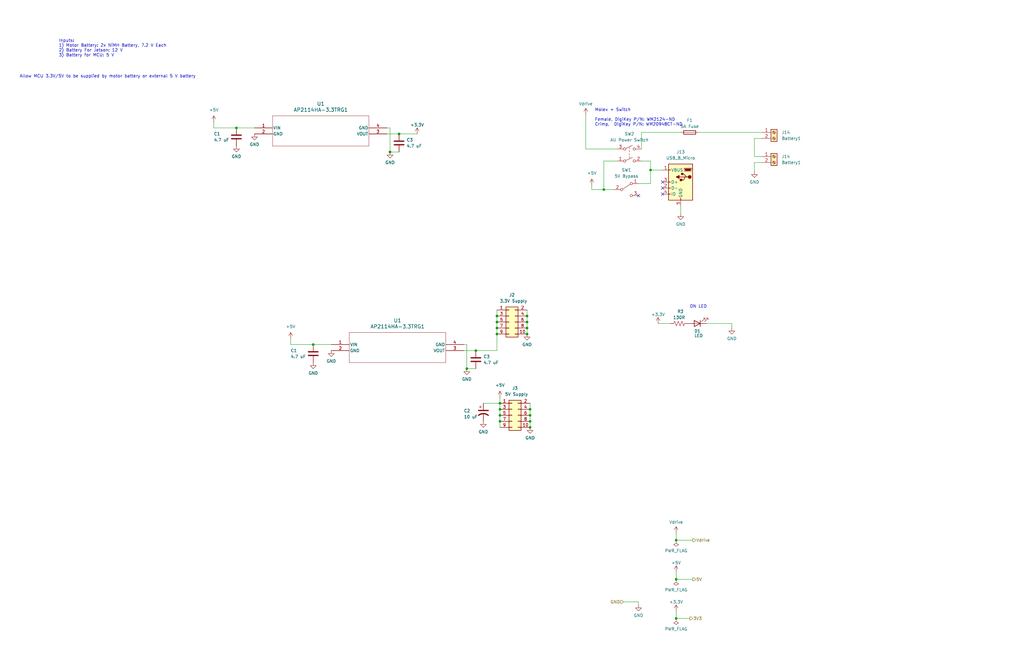
<source format=kicad_sch>
(kicad_sch (version 20230121) (generator eeschema)
  (paper "B")
  (title_block (title "MCU Controller") (rev "0.1") (company "satomm@stanford.edu") (comment 1 "Department of Civil and Environmental Engineering") (comment 2 "Engineering Informatics Group") (comment 3 "Stanford University") (comment 4 "Matthew Sato"))
  (lib_symbols
    (symbol "Connector:Screw_Terminal_01x02" (pin_names (offset 1.016) hide)
      (property "Reference" "J" (at 0 2.54 0))
      (property "Value" "Screw_Terminal_01x02" (at 0 -5.08 0))
      (symbol "Screw_Terminal_01x02_1_1"
        (rectangle (start -1.27 1.27) (end 1.27 -3.81) (stroke (width 0.254)) (fill (type background)))
        (circle (center 0 -2.54) (radius 0.635) (stroke (width 0.1524)))
        (polyline (pts (xy -0.5334 -2.2098) (xy 0.3302 -3.048)) (stroke (width 0.1524)))
        (polyline (pts (xy -0.5334 0.3302) (xy 0.3302 -0.508)) (stroke (width 0.1524)))
        (polyline (pts (xy -0.3556 -2.032) (xy 0.508 -2.8702)) (stroke (width 0.1524)))
        (polyline (pts (xy -0.3556 0.508) (xy 0.508 -0.3302)) (stroke (width 0.1524)))
        (circle (center 0 0) (radius 0.635) (stroke (width 0.1524)))
        (pin passive line (at -5.08 0 0) (length 3.81) (name "Pin_1") (number "1"))
        (pin passive line (at -5.08 -2.54 0) (length 3.81) (name "Pin_2") (number "2"))
      )
    )
    (symbol "Connector:USB_B_Micro" (pin_names (offset 1.016))
      (property "Reference" "J13" (at 0 12.7 0))
      (property "Value" "USB_B_Micro" (at 0 10.16 0))
      (symbol "USB_B_Micro_0_1"
        (rectangle (start -5.08 -7.62) (end 5.08 7.62) (stroke (width 0.254)) (fill (type background)))
        (circle (center -3.81 2.159) (radius 0.635) (stroke (width 0.254)) (fill (type outline)))
        (circle (center -0.635 3.429) (radius 0.381) (stroke (width 0.254)) (fill (type outline)))
        (rectangle (start -0.127 -7.62) (end 0.127 -6.858))
        (polyline (pts (xy -1.905 2.159) (xy 0.635 2.159)) (stroke (width 0.254)))
        (polyline (pts (xy -3.175 2.159) (xy -2.54 2.159) (xy -1.27 3.429) (xy -0.635 3.429)) (stroke (width 0.254)))
        (polyline (pts (xy -2.54 2.159) (xy -1.905 2.159) (xy -1.27 0.889) (xy 0 0.889)) (stroke (width 0.254)))
        (polyline (pts (xy 0.635 2.794) (xy 0.635 1.524) (xy 1.905 2.159) (xy 0.635 2.794)) (stroke (width 0.254)) (fill (type outline)))
        (polyline (pts (xy -4.318 5.588) (xy -1.778 5.588) (xy -2.032 4.826) (xy -4.064 4.826) (xy -4.318 5.588)) (fill (type outline)))
        (polyline (pts (xy -4.699 5.842) (xy -4.699 5.588) (xy -4.445 4.826) (xy -4.445 4.572) (xy -1.651 4.572) (xy -1.651 4.826) (xy -1.397 5.588) (xy -1.397 5.842) (xy -4.699 5.842)))
        (rectangle (start 0.254 1.27) (end -0.508 0.508) (stroke (width 0.254)) (fill (type outline)))
        (rectangle (start 5.08 -5.207) (end 4.318 -4.953))
        (rectangle (start 5.08 -2.667) (end 4.318 -2.413))
        (rectangle (start 5.08 -0.127) (end 4.318 0.127))
        (rectangle (start 5.08 4.953) (end 4.318 5.207))
      )
      (symbol "USB_B_Micro_1_1"
        (pin power_out line (at 7.62 5.08 180) (length 2.54) (name "VBUS") (number "1"))
        (pin bidirectional line (at 7.62 -2.54 180) (length 2.54) (name "D-") (number "2"))
        (pin bidirectional line (at 7.62 0 180) (length 2.54) (name "D+") (number "3"))
        (pin passive line (at 7.62 -5.08 180) (length 2.54) (name "ID") (number "4"))
        (pin passive line (at 0 -10.16 90) (length 2.54) (name "GND") (number "5"))
      )
    )
    (symbol "Connector_Generic:Conn_02x05_Odd_Even" (pin_names (offset 1.016) hide)
      (property "Reference" "J" (at 1.27 7.62 0))
      (property "Value" "Conn_02x05_Odd_Even" (at 1.27 -7.62 0))
      (symbol "Conn_02x05_Odd_Even_1_1"
        (rectangle (start -1.27 -4.953) (end 0 -5.207) (stroke (width 0.1524)))
        (rectangle (start -1.27 -2.413) (end 0 -2.667) (stroke (width 0.1524)))
        (rectangle (start -1.27 0.127) (end 0 -0.127) (stroke (width 0.1524)))
        (rectangle (start -1.27 2.667) (end 0 2.413) (stroke (width 0.1524)))
        (rectangle (start -1.27 5.207) (end 0 4.953) (stroke (width 0.1524)))
        (rectangle (start -1.27 6.35) (end 3.81 -6.35) (stroke (width 0.254)) (fill (type background)))
        (rectangle (start 3.81 -4.953) (end 2.54 -5.207) (stroke (width 0.1524)))
        (rectangle (start 3.81 -2.413) (end 2.54 -2.667) (stroke (width 0.1524)))
        (rectangle (start 3.81 0.127) (end 2.54 -0.127) (stroke (width 0.1524)))
        (rectangle (start 3.81 2.667) (end 2.54 2.413) (stroke (width 0.1524)))
        (rectangle (start 3.81 5.207) (end 2.54 4.953) (stroke (width 0.1524)))
        (pin passive line (at -5.08 5.08 0) (length 3.81) (name "Pin_1") (number "1"))
        (pin passive line (at 7.62 -5.08 180) (length 3.81) (name "Pin_10") (number "10"))
        (pin passive line (at 7.62 5.08 180) (length 3.81) (name "Pin_2") (number "2"))
        (pin passive line (at -5.08 2.54 0) (length 3.81) (name "Pin_3") (number "3"))
        (pin passive line (at 7.62 2.54 180) (length 3.81) (name "Pin_4") (number "4"))
        (pin passive line (at -5.08 0 0) (length 3.81) (name "Pin_5") (number "5"))
        (pin passive line (at 7.62 0 180) (length 3.81) (name "Pin_6") (number "6"))
        (pin passive line (at -5.08 -2.54 0) (length 3.81) (name "Pin_7") (number "7"))
        (pin passive line (at 7.62 -2.54 180) (length 3.81) (name "Pin_8") (number "8"))
        (pin passive line (at -5.08 -5.08 0) (length 3.81) (name "Pin_9") (number "9"))
      )
    )
    (symbol "Device:C" (pin_numbers hide) (pin_names (offset 0.254))
      (property "Reference" "C" (at 0.635 2.54 0))
      (property "Value" "C" (at 0.635 -2.54 0))
      (symbol "C_0_1"
        (polyline (pts (xy -2.032 -0.762) (xy 2.032 -0.762)) (stroke (width 0.508)))
        (polyline (pts (xy -2.032 0.762) (xy 2.032 0.762)) (stroke (width 0.508)))
      )
      (symbol "C_1_1"
        (pin passive line (at 0 3.81 270) (length 2.794) (name "~") (number "1"))
        (pin passive line (at 0 -3.81 90) (length 2.794) (name "~") (number "2"))
      )
    )
    (symbol "Device:C_Polarized_US" (pin_numbers hide) (pin_names (offset 0.254) hide)
      (property "Reference" "C" (at 0.635 2.54 0))
      (property "Value" "C_Polarized_US" (at 0.635 -2.54 0))
      (symbol "C_Polarized_US_0_1"
        (polyline (pts (xy -2.032 0.762) (xy 2.032 0.762)) (stroke (width 0.508)))
        (polyline (pts (xy -1.778 2.286) (xy -0.762 2.286)))
        (polyline (pts (xy -1.27 1.778) (xy -1.27 2.794)))
        (arc (start 2.032 -1.27) (mid 0 -0.5572) (end -2.032 -1.27) (stroke (width 0.508)))
      )
      (symbol "C_Polarized_US_1_1"
        (pin passive line (at 0 3.81 270) (length 2.794) (name "~") (number "1"))
        (pin passive line (at 0 -3.81 90) (length 3.302) (name "~") (number "2"))
      )
    )
    (symbol "Device:Fuse" (pin_numbers hide) (pin_names (offset 0))
      (property "Reference" "F" (at 2.032 0 90))
      (property "Value" "Fuse" (at -1.905 0 90))
      (symbol "Fuse_0_1"
        (rectangle (start -0.762 -2.54) (end 0.762 2.54) (stroke (width 0.254)))
        (polyline (pts (xy 0 2.54) (xy 0 -2.54)))
      )
      (symbol "Fuse_1_1"
        (pin passive line (at 0 3.81 270) (length 1.27) (name "~") (number "1"))
        (pin passive line (at 0 -3.81 90) (length 1.27) (name "~") (number "2"))
      )
    )
    (symbol "Device:LED" (pin_numbers hide) (pin_names (offset 1.016) hide)
      (property "Reference" "D" (at 0 2.54 0))
      (property "Value" "LED" (at 0 -2.54 0))
      (symbol "LED_0_1"
        (polyline (pts (xy -1.27 -1.27) (xy -1.27 1.27)) (stroke (width 0.254)))
        (polyline (pts (xy -1.27 0) (xy 1.27 0)))
        (polyline (pts (xy 1.27 -1.27) (xy 1.27 1.27) (xy -1.27 0) (xy 1.27 -1.27)) (stroke (width 0.254)))
        (polyline (pts (xy -3.048 -0.762) (xy -4.572 -2.286) (xy -3.81 -2.286) (xy -4.572 -2.286) (xy -4.572 -1.524)))
        (polyline (pts (xy -1.778 -0.762) (xy -3.302 -2.286) (xy -2.54 -2.286) (xy -3.302 -2.286) (xy -3.302 -1.524)))
      )
      (symbol "LED_1_1"
        (pin passive line (at -3.81 0 0) (length 2.54) (name "K") (number "1"))
        (pin passive line (at 3.81 0 180) (length 2.54) (name "A") (number "2"))
      )
    )
    (symbol "Device:R_US" (pin_numbers hide) (pin_names (offset 0))
      (property "Reference" "R" (at 2.54 0 90))
      (property "Value" "R_US" (at -2.54 0 90))
      (symbol "R_US_0_1"
        (polyline (pts (xy 0 -2.286) (xy 0 -2.54)))
        (polyline (pts (xy 0 2.286) (xy 0 2.54)))
        (polyline (pts (xy 0 -0.762) (xy 1.016 -1.143) (xy 0 -1.524) (xy -1.016 -1.905) (xy 0 -2.286)))
        (polyline (pts (xy 0 0.762) (xy 1.016 0.381) (xy 0 0) (xy -1.016 -0.381) (xy 0 -0.762)))
        (polyline (pts (xy 0 2.286) (xy 1.016 1.905) (xy 0 1.524) (xy -1.016 1.143) (xy 0 0.762)))
      )
      (symbol "R_US_1_1"
        (pin passive line (at 0 3.81 270) (length 1.27) (name "~") (number "1"))
        (pin passive line (at 0 -3.81 90) (length 1.27) (name "~") (number "2"))
      )
    )
    (symbol "Matts_Library:AP2114HA-3.3TRG1" (pin_names (offset 0.254))
      (property "Reference" "U" (at 27.94 10.16 0))
      (property "Value" "AP2114HA-3.3TRG1" (at 27.94 7.62 0))
      (symbol "AP2114HA-3.3TRG1_0_1"
        (polyline (pts (xy 7.62 -7.62) (xy 48.26 -7.62)) (stroke (width 0.127)))
        (polyline (pts (xy 7.62 5.08) (xy 7.62 -7.62)) (stroke (width 0.127)))
        (polyline (pts (xy 48.26 -7.62) (xy 48.26 5.08)) (stroke (width 0.127)))
        (polyline (pts (xy 48.26 5.08) (xy 7.62 5.08)) (stroke (width 0.127)))
        (pin power_in line (at 0 -2.54 0) (length 7.62) (name "GND") (number "2"))
      )
      (symbol "AP2114HA-3.3TRG1_1_1"
        (pin passive line (at 0 0 0) (length 7.62) (name "VIN") (number "1"))
        (pin passive line (at 55.88 -2.54 180) (length 7.62) (name "VOUT") (number "3"))
        (pin passive line (at 55.88 0 180) (length 7.62) (name "GND") (number "4"))
      )
    )
    (symbol "Switch:SW_DPST" (pin_names (offset 0) hide)
      (property "Reference" "SW" (at 0 5.08 0))
      (property "Value" "SW_DPST" (at 0 -5.08 0))
      (symbol "SW_DPST_0_0"
        (circle (center -2.032 -2.54) (radius 0.508))
        (circle (center -2.032 2.54) (radius 0.508))
        (polyline (pts (xy -1.524 -2.286) (xy 1.27 -1.016)))
        (polyline (pts (xy -1.524 2.794) (xy 1.27 4.064)))
        (polyline (pts (xy 0 -1.27) (xy 0 -0.635)))
        (polyline (pts (xy 0 0) (xy 0 0.635)))
        (polyline (pts (xy 0 1.27) (xy 0 1.905)))
        (polyline (pts (xy 0 2.54) (xy 0 3.175)))
        (circle (center 2.032 -2.54) (radius 0.508))
        (circle (center 2.032 2.54) (radius 0.508))
      )
      (symbol "SW_DPST_1_1"
        (pin passive line (at -5.08 -2.54 0) (length 2.54) (name "1") (number "1"))
        (pin passive line (at 5.08 -2.54 180) (length 2.54) (name "2") (number "2"))
        (pin passive line (at -5.08 2.54 0) (length 2.54) (name "3") (number "3"))
        (pin passive line (at 5.08 2.54 180) (length 2.54) (name "4") (number "4"))
      )
    )
    (symbol "Switch:SW_SPDT" (pin_names (offset 0) hide)
      (property "Reference" "SW" (at 0 4.318 0))
      (property "Value" "SW_SPDT" (at 0 -5.08 0))
      (symbol "SW_SPDT_0_0"
        (circle (center -2.032 0) (radius 0.508))
        (circle (center 2.032 -2.54) (radius 0.508))
      )
      (symbol "SW_SPDT_0_1"
        (polyline (pts (xy -1.524 0.254) (xy 1.651 2.286)))
        (circle (center 2.032 2.54) (radius 0.508))
      )
      (symbol "SW_SPDT_1_1"
        (pin passive line (at 5.08 2.54 180) (length 2.54) (name "A") (number "1"))
        (pin passive line (at -5.08 0 0) (length 2.54) (name "B") (number "2"))
        (pin passive line (at 5.08 -2.54 180) (length 2.54) (name "C") (number "3"))
      )
    )
    (symbol "power:+3.3V" (power) (pin_names (offset 0))
      (property "Value" "+3.3V" (at 0 3.556 0))
      (symbol "+3.3V_0_1"
        (polyline (pts (xy -0.762 1.27) (xy 0 2.54)))
        (polyline (pts (xy 0 0) (xy 0 2.54)))
        (polyline (pts (xy 0 2.54) (xy 0.762 1.27)))
      )
      (symbol "+3.3V_1_1"
        (pin power_in line (at 0 0 90) (length 0) hide (name "+3.3V") (number "1"))
      )
    )
    (symbol "power:+5V" (power) (pin_names (offset 0))
      (property "Value" "+5V" (at 0 3.556 0))
      (symbol "+5V_0_1"
        (polyline (pts (xy -0.762 1.27) (xy 0 2.54)))
        (polyline (pts (xy 0 0) (xy 0 2.54)))
        (polyline (pts (xy 0 2.54) (xy 0.762 1.27)))
      )
      (symbol "+5V_1_1"
        (pin power_in line (at 0 0 90) (length 0) hide (name "+5V") (number "1"))
      )
    )
    (symbol "power:GND" (power) (pin_names (offset 0))
      (property "Value" "GND" (at 0 -3.81 0))
      (symbol "GND_0_1"
        (polyline (pts (xy 0 0) (xy 0 -1.27) (xy 1.27 -1.27) (xy 0 -2.54) (xy -1.27 -1.27) (xy 0 -1.27)))
      )
      (symbol "GND_1_1"
        (pin power_in line (at 0 0 270) (length 0) hide (name "GND") (number "1"))
      )
    )
    (symbol "power:PWR_FLAG" (power) (pin_numbers hide) (pin_names (offset 0) hide)
      (property "Value" "PWR_FLAG" (at 0 3.81 0))
      (symbol "PWR_FLAG_0_0"
        (pin power_out line (at 0 0 90) (length 0) (name "pwr") (number "1"))
      )
      (symbol "PWR_FLAG_0_1"
        (polyline (pts (xy 0 0) (xy 0 1.27) (xy -1.016 1.905) (xy 0 2.54) (xy 1.016 1.905) (xy 0 1.27)))
      )
    )
    (symbol "power:Vdrive" (power) (pin_names (offset 0))
      (property "Value" "Vdrive" (at 0 3.81 0))
      (symbol "Vdrive_0_1"
        (polyline (pts (xy -0.762 1.27) (xy 0 2.54)))
        (polyline (pts (xy 0 0) (xy 0 2.54)))
        (polyline (pts (xy 0 2.54) (xy 0.762 1.27)))
      )
      (symbol "Vdrive_1_1"
        (pin power_in line (at 0 0 90) (length 0) hide (name "Vdrive") (number "1"))
      )
    )
  )
  (junction (at 285.115 227.965))
  (junction (at 209.55 135.89))
  (junction (at 222.25 135.89))
  (junction (at 196.85 155.575))
  (junction (at 222.25 133.35))
  (junction (at 274.32 71.755))
  (junction (at 210.82 170.18))
  (junction (at 254.635 80.01))
  (junction (at 222.25 140.97))
  (junction (at 210.82 172.72))
  (junction (at 99.695 53.975))
  (junction (at 223.52 175.26))
  (junction (at 223.52 172.72))
  (junction (at 223.52 177.8))
  (junction (at 223.52 180.34))
  (junction (at 164.465 64.135))
  (junction (at 209.55 138.43))
  (junction (at 210.82 175.26))
  (junction (at 222.25 138.43))
  (junction (at 285.115 260.985))
  (junction (at 285.115 244.475))
  (junction (at 210.82 177.8))
  (junction (at 200.66 147.955))
  (junction (at 132.08 145.415))
  (junction (at 168.275 56.515))
  (junction (at 209.55 133.35))
  (junction (at 209.55 140.97))
  (no_connect (at 279.4 76.835))
  (no_connect (at 279.4 79.375))
  (no_connect (at 279.4 81.915))
  (no_connect (at 269.24 82.55))
  (wire (pts (xy 274.32 67.945) (xy 274.32 71.755)))
  (wire (pts (xy 210.82 175.26) (xy 210.82 177.8)))
  (wire (pts (xy 223.52 175.26) (xy 223.52 177.8)))
  (wire (pts (xy 122.555 142.875) (xy 122.555 145.415)))
  (wire (pts (xy 163.195 56.515) (xy 168.275 56.515)))
  (wire (pts (xy 222.25 138.43) (xy 222.25 140.97)))
  (wire (pts (xy 247.015 48.26) (xy 247.015 62.865)))
  (wire (pts (xy 318.135 66.04) (xy 318.135 58.42)))
  (wire (pts (xy 249.555 78.105) (xy 249.555 80.01)))
  (wire (pts (xy 210.82 167.64) (xy 210.82 170.18)))
  (wire (pts (xy 274.32 71.755) (xy 279.4 71.755)))
  (wire (pts (xy 274.32 67.945) (xy 270.51 67.945)))
  (wire (pts (xy 222.25 133.35) (xy 222.25 135.89)))
  (wire (pts (xy 292.1 227.965) (xy 285.115 227.965)))
  (wire (pts (xy 254.635 67.945) (xy 254.635 80.01)))
  (wire (pts (xy 209.55 133.35) (xy 209.55 135.89)))
  (wire (pts (xy 195.58 147.955) (xy 200.66 147.955)))
  (wire (pts (xy 285.115 227.965) (xy 285.115 224.79)))
  (wire (pts (xy 318.135 58.42) (xy 321.31 58.42)))
  (wire (pts (xy 285.115 241.3) (xy 285.115 244.475)))
  (wire (pts (xy 139.7 145.415) (xy 132.08 145.415)))
  (wire (pts (xy 274.32 77.47) (xy 274.32 71.755)))
  (wire (pts (xy 321.31 68.58) (xy 318.135 68.58)))
  (wire (pts (xy 259.08 80.01) (xy 254.635 80.01)))
  (wire (pts (xy 99.695 53.975) (xy 90.17 53.975)))
  (wire (pts (xy 318.135 68.58) (xy 318.135 72.39)))
  (wire (pts (xy 168.275 56.515) (xy 175.895 56.515)))
  (wire (pts (xy 200.66 155.575) (xy 196.85 155.575)))
  (wire (pts (xy 210.82 172.72) (xy 210.82 175.26)))
  (wire (pts (xy 209.55 130.81) (xy 209.55 133.35)))
  (wire (pts (xy 270.51 55.88) (xy 270.51 62.865)))
  (wire (pts (xy 222.25 130.81) (xy 222.25 133.35)))
  (wire (pts (xy 260.35 67.945) (xy 254.635 67.945)))
  (wire (pts (xy 285.115 257.81) (xy 285.115 260.985)))
  (wire (pts (xy 269.24 77.47) (xy 274.32 77.47)))
  (wire (pts (xy 210.82 177.8) (xy 210.82 180.34)))
  (wire (pts (xy 196.85 145.415) (xy 196.85 155.575)))
  (wire (pts (xy 210.82 170.18) (xy 210.82 172.72)))
  (wire (pts (xy 107.315 53.975) (xy 99.695 53.975)))
  (wire (pts (xy 269.24 254) (xy 269.24 255.27)))
  (wire (pts (xy 254.635 80.01) (xy 249.555 80.01)))
  (wire (pts (xy 203.835 170.18) (xy 210.82 170.18)))
  (wire (pts (xy 209.55 138.43) (xy 209.55 140.97)))
  (wire (pts (xy 222.25 135.89) (xy 222.25 138.43)))
  (wire (pts (xy 287.02 55.88) (xy 270.51 55.88)))
  (wire (pts (xy 262.89 254) (xy 269.24 254)))
  (wire (pts (xy 163.195 53.975) (xy 164.465 53.975)))
  (wire (pts (xy 260.35 62.865) (xy 247.015 62.865)))
  (wire (pts (xy 287.02 86.995) (xy 287.02 90.17)))
  (wire (pts (xy 223.52 170.18) (xy 223.52 172.72)))
  (wire (pts (xy 209.55 135.89) (xy 209.55 138.43)))
  (wire (pts (xy 308.61 136.525) (xy 308.61 138.43)))
  (wire (pts (xy 321.31 55.88) (xy 294.64 55.88)))
  (wire (pts (xy 282.575 136.525) (xy 277.495 136.525)))
  (wire (pts (xy 223.52 177.8) (xy 223.52 180.34)))
  (wire (pts (xy 209.55 147.955) (xy 209.55 140.97)))
  (wire (pts (xy 321.31 66.04) (xy 318.135 66.04)))
  (wire (pts (xy 164.465 53.975) (xy 164.465 64.135)))
  (wire (pts (xy 285.115 260.985) (xy 290.83 260.985)))
  (wire (pts (xy 132.08 145.415) (xy 122.555 145.415)))
  (wire (pts (xy 223.52 172.72) (xy 223.52 175.26)))
  (wire (pts (xy 285.115 244.475) (xy 292.1 244.475)))
  (wire (pts (xy 195.58 145.415) (xy 196.85 145.415)))
  (wire (pts (xy 200.66 147.955) (xy 209.55 147.955)))
  (wire (pts (xy 168.275 64.135) (xy 164.465 64.135)))
  (wire (pts (xy 297.815 136.525) (xy 308.61 136.525)))
  (wire (pts (xy 90.17 51.435) (xy 90.17 53.975)))
  (text "ON LED" (at 290.83 130.175 0) (effects (font (size 1.27 1.27)) (justify left bottom)))
  (text "Inputs:\n1) Motor Battery: 2x NiMH Battery, 7.2 V Each\n2) Battery For Jetson: 12 V\n3) Battery for MCU: 5 V" (at 24.765 24.13 0) (effects (font (size 1.27 1.27)) (justify left bottom)))
  (text "Allow MCU 3.3V/5V to be supplied by motor battery or external 5 V battery" (at 8.255 33.02 0) (effects (font (size 1.27 1.27)) (justify left bottom)))
  (text "Molex + Switch\n\nFemale, DigiKey P/N: WM2124-ND\nCrimp,  DigiKey P/N: WM20948CT-ND" (at 250.825 53.34 0) (effects (font (size 1.27 1.27)) (justify left bottom)))
  (hierarchical_label "Vdrive" (shape output) (at 292.1 227.965 0))
  (hierarchical_label "GND" (shape input) (at 262.89 254 180))
  (hierarchical_label "3V3" (shape output) (at 290.83 260.985 0))
  (hierarchical_label "5V" (shape output) (at 292.1 244.475 0))
  (symbol (lib_id "Connector:USB_B_Micro") (at 287.02 76.835 0) (mirror y) (unit 1)
    (property "Reference" "J13" (at 287.02 64.135 0))
    (property "Value" "USB_B_Micro" (at 287.02 66.675 0))
    (property "Footprint" "RobotLibrary:AMPHENOL_10118193-0001LF" (effects hide))
    (property "Datasheet" "https://www.amphenol-cs.com/media/wysiwyg/files/drawing/10118194.pdf" (effects hide))
    (property "Description" "CONN RCPT USB2.0 MICRO B SMD R/A" (effects hide))
    (property "Mfr" "Amphenol ICC (FCI)" (effects hide))
    (property "Mfr P/N" "10118193-0001LF" (effects hide))
    (property "Supplier 1" "DigiKey" (effects hide))
    (property "Supplier 1 P/N" "609-4616-1-ND" (effects hide))
    (instances (project "MainBoard" (path "" (reference "J13") (unit 1)) (path "" (reference "J4") (unit 1))))
  )
  (symbol (lib_id "power:Vdrive") (at 285.115 224.79 0) (unit 1)
    (property "Reference" "#PWR063" (effects hide))
    (property "Value" "Vdrive" (at 285.115 220.345 0))
  )
  (symbol (lib_id "Device:C") (at 200.66 151.765 0) (unit 1)
    (property "Reference" "C3" (at 203.835 150.495 0) (effects (justify left)))
    (property "Value" "4.7 uF" (at 203.835 153.035 0) (effects (justify left)))
    (property "Footprint" "Capacitor_SMD:C_0805_2012Metric_Pad1.18x1.45mm_HandSolder" (effects hide))
    (property "Datasheet" "https://mm.digikey.com/Volume0/opasdata/d220001/medias/docus/41/CL21A475KAQNNNE_Spec.pdf" (effects hide))
    (property "Description" "CAP CER 4.7UF 25V X5R 0805" (effects hide))
    (property "Mfr" "Samsung Electro-Mechanics" (effects hide))
    (property "Mfr P/N" "CL21A475KAQNNNE" (effects hide))
    (property "Supplier 1" "DigiKey" (effects hide))
    (property "Supplier 1 P/N" "1276-1244-1-ND" (effects hide))
    (instances (project "MainBoard" (path "" (reference "C3") (unit 1)) (path "" (reference "C14") (unit 1))))
  )
  (symbol (lib_id "power:GND") (at 222.25 140.97 0) (unit 1)
    (property "Reference" "#PWR03" (effects hide))
    (property "Value" "GND" (at 222.25 145.415 0))
    (instances (project "MainBoard" (path "" (reference "#PWR03") (unit 1)) (path "" (reference "#PWR057") (unit 1))))
  )
  (symbol (lib_id "power:GND") (at 107.315 56.515 0) (unit 1)
    (property "Reference" "#PWR05" (effects hide))
    (property "Value" "GND" (at 107.315 60.96 0))
    (instances (project "MainBoard" (path "" (reference "#PWR05") (unit 1)) (path "" (reference "#PWR048") (unit 1))))
  )
  (symbol (lib_id "power:GND") (at 203.835 177.8 0) (unit 1)
    (property "Reference" "#PWR03" (effects hide))
    (property "Value" "GND" (at 203.835 182.245 0))
    (instances (project "MainBoard" (path "" (reference "#PWR03") (unit 1)) (path "" (reference "#PWR055") (unit 1))))
  )
  (symbol (lib_id "power:+5V") (at 210.82 167.64 0) (unit 1)
    (property "Reference" "#PWR04" (effects hide))
    (property "Value" "+5V" (at 210.82 162.56 0))
    (instances (project "MainBoard" (path "" (reference "#PWR04") (unit 1)) (path "" (reference "#PWR056") (unit 1))))
  )
  (symbol (lib_id "power:+3.3V") (at 277.495 136.525 0) (unit 1)
    (property "Reference" "#PWR062" (effects hide))
    (property "Value" "+3.3V" (at 277.495 132.715 0))
  )
  (symbol (lib_id "power:+5V") (at 122.555 142.875 0) (unit 1)
    (property "Reference" "#PWR01" (effects hide))
    (property "Value" "+5V" (at 122.555 137.795 0))
    (instances (project "MainBoard" (path "" (reference "#PWR01") (unit 1)) (path "" (reference "#PWR049") (unit 1))))
  )
  (symbol (lib_id "power:GND") (at 269.24 255.27 0) (unit 1)
    (property "Reference" "#PWR061" (effects hide))
    (property "Value" "GND" (at 269.24 259.715 0))
  )
  (symbol (lib_id "Connector:Screw_Terminal_01x02") (at 326.39 55.88 0) (unit 1)
    (property "Reference" "J14" (at 329.565 55.88 0) (effects (justify left)))
    (property "Value" "Battery1" (at 329.565 58.42 0) (effects (justify left)))
    (property "Footprint" "RobotLibrary:CONN_1017514" (effects hide))
    (property "Datasheet" "https://mm.digikey.com/Volume0/opasdata/d220001/medias/docus/787/1017514_Ds.pdf" (effects hide))
    (property "Description" "TERM BLK 2P SIDE ENT 6.35MM PCB" (effects hide))
    (property "Mfr" "Phoenix Contact" (effects hide))
    (property "Mfr P/N" "1017514" (effects hide))
    (property "Supplier 1" "DigiKey" (effects hide))
    (property "Supplier 1 P/N" "277-17504-ND" (effects hide))
    (instances (project "MainBoard" (path "" (reference "J14") (unit 1)) (path "" (reference "J5") (unit 1))))
  )
  (symbol (lib_id "Device:C") (at 132.08 149.225 0) (unit 1)
    (property "Reference" "C1" (at 122.555 147.955 0) (effects (justify left)))
    (property "Value" "4.7 uF" (at 122.555 150.495 0) (effects (justify left)))
    (property "Footprint" "Capacitor_SMD:C_0805_2012Metric_Pad1.18x1.45mm_HandSolder" (effects hide))
    (property "Datasheet" "https://mm.digikey.com/Volume0/opasdata/d220001/medias/docus/41/CL21A475KAQNNNE_Spec.pdf" (effects hide))
    (property "Description" "CAP CER 4.7UF 25V X5R 0805" (effects hide))
    (property "Mfr" "Samsung Electro-Mechanics" (effects hide))
    (property "Mfr P/N" "CL21A475KAQNNNE" (effects hide))
    (property "Supplier 1" "DigiKey" (effects hide))
    (property "Supplier 1 P/N" "1276-1244-1-ND" (effects hide))
    (instances (project "MainBoard" (path "" (reference "C1") (unit 1)) (path "" (reference "C12") (unit 1))))
  )
  (symbol (lib_id "power:PWR_FLAG") (at 285.115 260.985 180) (unit 1)
    (property "Reference" "#FLG03" (effects hide))
    (property "Value" "PWR_FLAG" (at 285.115 265.43 0))
  )
  (symbol (lib_id "power:+5V") (at 90.17 51.435 0) (unit 1)
    (property "Reference" "#PWR01" (effects hide))
    (property "Value" "+5V" (at 90.17 46.355 0))
    (instances (project "MainBoard" (path "" (reference "#PWR01") (unit 1)) (path "" (reference "#PWR046") (unit 1))))
  )
  (symbol (lib_id "power:GND") (at 223.52 180.34 0) (unit 1)
    (property "Reference" "#PWR03" (effects hide))
    (property "Value" "GND" (at 223.52 184.785 0))
    (instances (project "MainBoard" (path "" (reference "#PWR03") (unit 1)) (path "" (reference "#PWR058") (unit 1))))
  )
  (symbol (lib_id "Device:Fuse") (at 290.83 55.88 90) (unit 1)
    (property "Reference" "F1" (at 290.83 50.8 90))
    (property "Value" "5A Fuse" (at 290.83 53.34 90))
    (property "Footprint" "RobotLibrary:FUSE_4628" (effects hide))
    (property "Datasheet" "https://www.keyelco.com/userAssets/file/M65p44.pdf" (effects hide))
    (property "Description" "FUSE HLDR CARTRIDGE 250V 5A PCB for 5mm x 20 mm fuses" (effects hide))
    (property "Mfr" "Keystone Electronics" (effects hide))
    (property "Mfr P/N" "4628" (effects hide))
    (property "Supplier 1" "DigiKey" (effects hide))
    (property "Supplier 1 P/N" "36-4628-ND" (effects hide))
  )
  (symbol (lib_id "Device:C") (at 99.695 57.785 0) (unit 1)
    (property "Reference" "C1" (at 90.17 56.515 0) (effects (justify left)))
    (property "Value" "4.7 uF" (at 90.17 59.055 0) (effects (justify left)))
    (property "Footprint" "Capacitor_SMD:C_0805_2012Metric_Pad1.18x1.45mm_HandSolder" (effects hide))
    (property "Datasheet" "https://mm.digikey.com/Volume0/opasdata/d220001/medias/docus/41/CL21A475KAQNNNE_Spec.pdf" (effects hide))
    (property "Description" "CAP CER 4.7UF 25V X5R 0805" (effects hide))
    (property "Mfr" "Samsung Electro-Mechanics" (effects hide))
    (property "Mfr P/N" "CL21A475KAQNNNE" (effects hide))
    (property "Supplier 1" "DigiKey" (effects hide))
    (property "Supplier 1 P/N" "1276-1244-1-ND" (effects hide))
    (instances (project "MainBoard" (path "" (reference "C1") (unit 1)) (path "" (reference "C11") (unit 1))))
  )
  (symbol (lib_id "Connector_Generic:Conn_02x05_Odd_Even") (at 215.9 175.26 0) (unit 1)
    (property "Reference" "J3" (at 217.17 163.83 0))
    (property "Value" "5V Supply" (at 217.805 166.37 0))
    (property "Footprint" "Connector_PinHeader_2.54mm:PinHeader_2x05_P2.54mm_Vertical" (effects hide))
    (property "Datasheet" "https://app.adam-tech.com/products/download/data_sheet/202065/ph2-xx-ua-data-sheet.pdf" (effects hide))
    (property "Description" "CONN HEADER VERT 10POS 2.54MM" (effects hide))
    (property "Mfr" "Adam Tech" (effects hide))
    (property "Mfr P/N" "PH2-10-UA" (effects hide))
    (property "Supplier 1" "DigiKey" (effects hide))
    (property "Supplier 1 P/N" "2057-PH2-10-UA-ND" (effects hide))
  )
  (symbol (lib_id "power:GND") (at 132.08 153.035 0) (unit 1)
    (property "Reference" "#PWR02" (effects hide))
    (property "Value" "GND" (at 132.08 157.48 0))
    (instances (project "MainBoard" (path "" (reference "#PWR02") (unit 1)) (path "" (reference "#PWR050") (unit 1))))
  )
  (symbol (lib_id "Device:LED") (at 294.005 136.525 180) (unit 1)
    (property "Reference" "D1" (at 292.735 139.7 0) (effects (justify right)))
    (property "Value" "LED" (at 292.735 141.605 0) (effects (justify right)))
    (property "Footprint" "LED_SMD:LED_0805_2012Metric_Pad1.15x1.40mm_HandSolder" (effects hide))
    (property "Datasheet" "https://www.we-online.com/katalog/datasheet/150080RS75000.pdf" (effects hide))
    (property "Description" "LED RED CLEAR 0805 SMD" (effects hide))
    (property "Mfr" "Würth Elektronik" (effects hide))
    (property "Mfr P/N" "150080RS75000" (effects hide))
    (property "Supplier 1" "DigiKey" (effects hide))
    (property "Supplier 1 P/N" "732-4984-1-ND" (effects hide))
  )
  (symbol (lib_id "Switch:SW_SPDT") (at 264.16 80.01 0) (unit 1)
    (property "Reference" "SW1" (at 264.16 71.755 0))
    (property "Value" "5V Bypass" (at 264.16 74.295 0))
    (property "Footprint" "RobotLibrary:SPDT_OS102011_CNK" (effects hide))
    (property "Datasheet" "https://www.ckswitches.com/media/1428/os.pdf" (effects hide))
    (property "Description" "SWITCH SLIDE SPDT 100MA 12V" (effects hide))
    (property "Mfr" "C&K" (effects hide))
    (property "Mfr P/N" "OS102011MS2QN1" (effects hide))
    (property "Supplier 1" "DigiKey" (effects hide))
    (property "Supplier 1 P/N" "CKN9565-ND" (effects hide))
    (instances (project "MainBoard" (path "" (reference "SW1") (unit 1)) (path "" (reference "SW2") (unit 1))))
  )
  (symbol (lib_id "power:+3.3V") (at 285.115 257.81 0) (unit 1)
    (property "Reference" "#PWR065" (effects hide))
    (property "Value" "+3.3V" (at 285.115 254 0))
  )
  (symbol (lib_id "Matts_Library:AP2114HA-3.3TRG1") (at 107.315 53.975 0) (unit 1)
    (property "Reference" "U1" (at 135.255 43.815 0) (effects (font (size 1.524 1.524))))
    (property "Value" "AP2114HA-3.3TRG1" (at 135.255 46.355 0) (effects (font (size 1.524 1.524))))
    (property "Footprint" "RobotLibrary:SOT-223_DIO-M" (effects hide))
    (property "Datasheet" "AP2114HA-3.3TRG1" (effects hide))
    (property "Description" "IC REG LINEAR 3.3V 1A SOT223" (effects hide))
    (property "Mfr" "Diodes Incorporated" (effects hide))
    (property "Mfr P/N" "AP2114HA-3.3TRG1" (effects hide))
    (property "Supplier 1" "DigiKey" (effects hide))
    (property "Supplier 1 P/N" "AP2114HA-3.3TRG1DICT-ND" (effects hide))
    (instances (project "MainBoard" (path "" (reference "U1") (unit 1)) (path "" (reference "U2") (unit 1))))
  )
  (symbol (lib_id "Device:C") (at 168.275 60.325 0) (unit 1)
    (property "Reference" "C3" (at 171.45 59.055 0) (effects (justify left)))
    (property "Value" "4.7 uF" (at 171.45 61.595 0) (effects (justify left)))
    (property "Footprint" "Capacitor_SMD:C_0805_2012Metric_Pad1.18x1.45mm_HandSolder" (effects hide))
    (property "Datasheet" "https://mm.digikey.com/Volume0/opasdata/d220001/medias/docus/41/CL21A475KAQNNNE_Spec.pdf" (effects hide))
    (property "Description" "CAP CER 4.7UF 25V X5R 0805" (effects hide))
    (property "Mfr" "Samsung Electro-Mechanics" (effects hide))
    (property "Mfr P/N" "CL21A475KAQNNNE" (effects hide))
    (property "Supplier 1" "DigiKey" (effects hide))
    (property "Supplier 1 P/N" "1276-1244-1-ND" (effects hide))
    (instances (project "MainBoard" (path "" (reference "C3") (unit 1)) (path "" (reference "C13") (unit 1))))
  )
  (symbol (lib_id "power:GND") (at 308.61 138.43 0) (unit 1)
    (property "Reference" "#PWR025" (effects hide))
    (property "Value" "GND" (at 308.61 142.875 0))
    (instances (project "MainBoard" (path "" (reference "#PWR025") (unit 1)) (path "" (reference "#PWR067") (unit 1))))
  )
  (symbol (lib_id "power:GND") (at 196.85 155.575 0) (unit 1)
    (property "Reference" "#PWR08" (effects hide))
    (property "Value" "GND" (at 196.85 160.02 0))
    (instances (project "MainBoard" (path "" (reference "#PWR08") (unit 1)) (path "" (reference "#PWR054") (unit 1))))
  )
  (symbol (lib_id "power:PWR_FLAG") (at 285.115 227.965 180) (unit 1)
    (property "Reference" "#FLG01" (effects hide))
    (property "Value" "PWR_FLAG" (at 285.115 232.41 0))
  )
  (symbol (lib_id "Connector:Screw_Terminal_01x02") (at 326.39 66.04 0) (unit 1)
    (property "Reference" "J14" (at 329.565 66.04 0) (effects (justify left)))
    (property "Value" "Battery1" (at 329.565 68.58 0) (effects (justify left)))
    (property "Footprint" "RobotLibrary:CONN_1017514" (effects hide))
    (property "Datasheet" "https://mm.digikey.com/Volume0/opasdata/d220001/medias/docus/787/1017514_Ds.pdf" (effects hide))
    (property "Description" "TERM BLK 2P SIDE ENT 6.35MM PCB" (effects hide))
    (property "Mfr" "Phoenix Contact" (effects hide))
    (property "Mfr P/N" "1017514" (effects hide))
    (property "Supplier 1" "DigiKey" (effects hide))
    (property "Supplier 1 P/N" "277-17504-ND" (effects hide))
    (instances (project "MainBoard" (path "" (reference "J14") (unit 1)) (path "" (reference "J6") (unit 1))))
  )
  (symbol (lib_id "Switch:SW_DPST") (at 265.43 65.405 0) (unit 1)
    (property "Reference" "SW2" (at 265.43 56.515 0))
    (property "Value" "All Power Switch" (at 265.43 59.055 0))
    (property "Footprint" "RobotLibrary:26-60-4040_MOL" (effects hide))
    (property "Datasheet" "https://sten-eswitch-13110800-production.s3.amazonaws.com/system/asset/product_line/data_sheet/84/RA8.pdf" (effects hide))
    (property "Description" "SWITCH ROCKER DPST 16A 125V" (effects hide))
    (property "Mfr" "E-Switch" (effects hide))
    (property "Mfr P/N" "RA83231100" (effects hide))
    (property "Supplier 1" "DigiKey" (effects hide))
    (property "Supplier 1 P/N" "EG5682-ND" (effects hide))
    (property "Supplier 2" "DigiKey" (effects hide))
    (property "Supplier 2 P/N" "WM4622-ND" (effects hide))
    (instances (project "MainBoard" (path "" (reference "SW2") (unit 1)) (path "" (reference "SW3") (unit 1))))
  )
  (symbol (lib_id "Matts_Library:AP2114HA-3.3TRG1") (at 139.7 145.415 0) (unit 1)
    (property "Reference" "U1" (at 167.64 135.255 0) (effects (font (size 1.524 1.524))))
    (property "Value" "AP2114HA-3.3TRG1" (at 167.64 137.795 0) (effects (font (size 1.524 1.524))))
    (property "Footprint" "RobotLibrary:SOT-223_DIO-M" (effects hide))
    (property "Datasheet" "AP2114HA-3.3TRG1" (effects hide))
    (property "Description" "IC REG LINEAR 3.3V 1A SOT223" (effects hide))
    (property "Mfr" "Diodes Incorporated" (effects hide))
    (property "Mfr P/N" "AP2114HA-3.3TRG1" (effects hide))
    (property "Supplier 1" "DigiKey" (effects hide))
    (property "Supplier 1 P/N" "AP2114HA-3.3TRG1DICT-ND" (effects hide))
    (instances (project "MainBoard" (path "" (reference "U1") (unit 1)) (path "" (reference "U3") (unit 1))))
  )
  (symbol (lib_id "Device:R_US") (at 286.385 136.525 90) (unit 1)
    (property "Reference" "R3" (at 288.29 131.445 90) (effects (justify left)))
    (property "Value" "130R" (at 288.925 133.985 90) (effects (justify left)))
    (property "Footprint" "Resistor_SMD:R_0805_2012Metric_Pad1.20x1.40mm_HandSolder" (effects hide))
    (property "Datasheet" "https://www.seielect.com/catalog/sei-rmcf_rmcp.pdf" (effects hide))
    (property "Description" "RES 130 OHM 1% 1/8W 0805" (effects hide))
    (property "Mfr" "Stackpole Electronics Inc" (effects hide))
    (property "Mfr P/N" "RMCF0805FT130R" (effects hide))
    (property "Supplier 1" "DigiKey" (effects hide))
    (property "Supplier 1 P/N" "RMCF0805FT130RCT-ND" (effects hide))
  )
  (symbol (lib_id "power:+5V") (at 285.115 241.3 0) (unit 1)
    (property "Reference" "#PWR064" (effects hide))
    (property "Value" "+5V" (at 285.115 237.49 0))
  )
  (symbol (lib_id "power:+3.3V") (at 175.895 56.515 0) (unit 1)
    (property "Reference" "#PWR053" (effects hide))
    (property "Value" "+3.3V" (at 175.895 52.705 0))
  )
  (symbol (lib_id "Connector_Generic:Conn_02x05_Odd_Even") (at 214.63 135.89 0) (unit 1)
    (property "Reference" "J2" (at 215.9 124.46 0))
    (property "Value" "3.3V Supply" (at 216.535 127 0))
    (property "Footprint" "Connector_PinHeader_2.54mm:PinHeader_2x05_P2.54mm_Vertical" (effects hide))
    (property "Datasheet" "https://app.adam-tech.com/products/download/data_sheet/202065/ph2-xx-ua-data-sheet.pdf" (effects hide))
    (property "Description" "CONN HEADER VERT 10POS 2.54MM" (effects hide))
    (property "Mfr" "Adam Tech" (effects hide))
    (property "Mfr P/N" "PH2-10-UA" (effects hide))
    (property "Supplier 1" "DigiKey" (effects hide))
    (property "Supplier 1 P/N" "2057-PH2-10-UA-ND" (effects hide))
  )
  (symbol (lib_id "power:PWR_FLAG") (at 285.115 244.475 180) (unit 1)
    (property "Reference" "#FLG02" (effects hide))
    (property "Value" "PWR_FLAG" (at 285.115 248.92 0))
  )
  (symbol (lib_id "power:GND") (at 318.135 72.39 0) (unit 1)
    (property "Reference" "#PWR027" (effects hide))
    (property "Value" "GND" (at 318.135 76.835 0))
    (instances (project "MainBoard" (path "" (reference "#PWR027") (unit 1)) (path "" (reference "#PWR068") (unit 1))))
  )
  (symbol (lib_id "power:GND") (at 287.02 90.17 0) (unit 1)
    (property "Reference" "#PWR027" (effects hide))
    (property "Value" "GND" (at 287.02 94.615 0))
    (instances (project "MainBoard" (path "" (reference "#PWR027") (unit 1)) (path "" (reference "#PWR066") (unit 1))))
  )
  (symbol (lib_id "power:GND") (at 164.465 64.135 0) (unit 1)
    (property "Reference" "#PWR08" (effects hide))
    (property "Value" "GND" (at 164.465 68.58 0))
    (instances (project "MainBoard" (path "" (reference "#PWR08") (unit 1)) (path "" (reference "#PWR052") (unit 1))))
  )
  (symbol (lib_id "power:GND") (at 139.7 147.955 0) (unit 1)
    (property "Reference" "#PWR05" (effects hide))
    (property "Value" "GND" (at 139.7 152.4 0))
    (instances (project "MainBoard" (path "" (reference "#PWR05") (unit 1)) (path "" (reference "#PWR051") (unit 1))))
  )
  (symbol (lib_id "power:Vdrive") (at 247.015 48.26 0) (unit 1)
    (property "Reference" "#PWR059" (effects hide))
    (property "Value" "Vdrive" (at 247.015 43.815 0))
  )
  (symbol (lib_id "power:GND") (at 99.695 61.595 0) (unit 1)
    (property "Reference" "#PWR02" (effects hide))
    (property "Value" "GND" (at 99.695 66.04 0))
    (instances (project "MainBoard" (path "" (reference "#PWR02") (unit 1)) (path "" (reference "#PWR047") (unit 1))))
  )
  (symbol (lib_id "power:+5V") (at 249.555 78.105 0) (unit 1)
    (property "Reference" "#PWR028" (effects hide))
    (property "Value" "+5V" (at 249.555 73.025 0))
    (instances (project "MainBoard" (path "" (reference "#PWR028") (unit 1)) (path "" (reference "#PWR060") (unit 1))))
  )
  (symbol (lib_id "Device:C_Polarized_US") (at 203.835 173.99 0) (unit 1)
    (property "Reference" "C2" (at 195.58 173.355 0) (effects (justify left)))
    (property "Value" "10 uF" (at 195.58 175.895 0) (effects (justify left)))
    (property "Footprint" "Capacitor_THT:CP_Radial_Tantal_D5.0mm_P2.50mm" (effects hide))
    (property "Datasheet" "https://datasheets.kyocera-avx.com/tap.pdf" (effects hide))
    (property "Description" "CAP TANT 10UF 10% 16V RADIAL" (effects hide))
    (property "Mfr" "KYOCERA AVX" (effects hide))
    (property "Mfr P/N" "TAP106K016CRW" (effects hide))
    (property "Supplier 1" "DigiKey" (effects hide))
    (property "Supplier 1 P/N" "478-7366-1-ND" (effects hide))
    (instances (project "MainBoard" (path "" (reference "C2") (unit 1)) (path "" (reference "C15") (unit 1))))
  )
)
</source>
